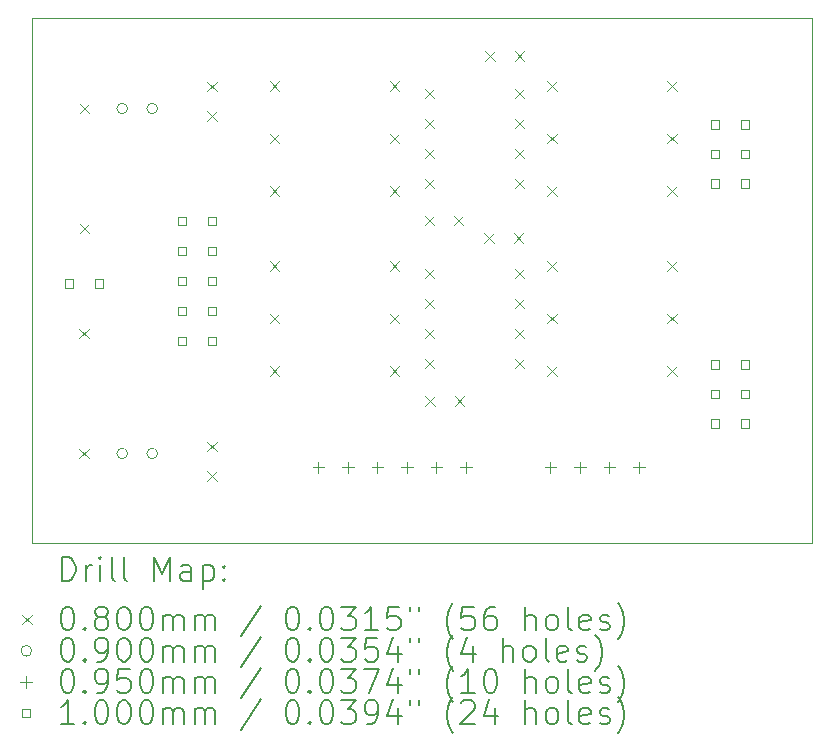
<source format=gbr>
%TF.GenerationSoftware,KiCad,Pcbnew,(6.0.11)*%
%TF.CreationDate,2023-08-25T14:29:15+09:00*%
%TF.ProjectId,OUTPUT_MOD,4f555450-5554-45f4-9d4f-442e6b696361,1.0*%
%TF.SameCoordinates,Original*%
%TF.FileFunction,Drillmap*%
%TF.FilePolarity,Positive*%
%FSLAX45Y45*%
G04 Gerber Fmt 4.5, Leading zero omitted, Abs format (unit mm)*
G04 Created by KiCad (PCBNEW (6.0.11)) date 2023-08-25 14:29:15*
%MOMM*%
%LPD*%
G01*
G04 APERTURE LIST*
%ADD10C,0.100000*%
%ADD11C,0.200000*%
%ADD12C,0.080000*%
%ADD13C,0.090000*%
%ADD14C,0.095000*%
G04 APERTURE END LIST*
D10*
X11238799Y-7834200D02*
X17842799Y-7834200D01*
X17842799Y-7834200D02*
X17842799Y-12279200D01*
X17842799Y-12279200D02*
X11238799Y-12279200D01*
X11238799Y-12279200D02*
X11238799Y-7834200D01*
D11*
D12*
X11636323Y-10461200D02*
X11716323Y-10541200D01*
X11716323Y-10461200D02*
X11636323Y-10541200D01*
X11636323Y-11477200D02*
X11716323Y-11557200D01*
X11716323Y-11477200D02*
X11636323Y-11557200D01*
X11643299Y-8556200D02*
X11723299Y-8636200D01*
X11723299Y-8556200D02*
X11643299Y-8636200D01*
X11643299Y-9572200D02*
X11723299Y-9652200D01*
X11723299Y-9572200D02*
X11643299Y-9652200D01*
X12722799Y-8369700D02*
X12802799Y-8449700D01*
X12802799Y-8369700D02*
X12722799Y-8449700D01*
X12722799Y-8619700D02*
X12802799Y-8699700D01*
X12802799Y-8619700D02*
X12722799Y-8699700D01*
X12722799Y-11417700D02*
X12802799Y-11497700D01*
X12802799Y-11417700D02*
X12722799Y-11497700D01*
X12722799Y-11667700D02*
X12802799Y-11747700D01*
X12802799Y-11667700D02*
X12722799Y-11747700D01*
X13251799Y-8365700D02*
X13331799Y-8445700D01*
X13331799Y-8365700D02*
X13251799Y-8445700D01*
X13251799Y-8810200D02*
X13331799Y-8890200D01*
X13331799Y-8810200D02*
X13251799Y-8890200D01*
X13251799Y-9254700D02*
X13331799Y-9334700D01*
X13331799Y-9254700D02*
X13251799Y-9334700D01*
X13251799Y-9889700D02*
X13331799Y-9969700D01*
X13331799Y-9889700D02*
X13251799Y-9969700D01*
X13251799Y-10334200D02*
X13331799Y-10414200D01*
X13331799Y-10334200D02*
X13251799Y-10414200D01*
X13251799Y-10778700D02*
X13331799Y-10858700D01*
X13331799Y-10778700D02*
X13251799Y-10858700D01*
X14267799Y-8365700D02*
X14347799Y-8445700D01*
X14347799Y-8365700D02*
X14267799Y-8445700D01*
X14267799Y-8810200D02*
X14347799Y-8890200D01*
X14347799Y-8810200D02*
X14267799Y-8890200D01*
X14267799Y-9254700D02*
X14347799Y-9334700D01*
X14347799Y-9254700D02*
X14267799Y-9334700D01*
X14267799Y-9889700D02*
X14347799Y-9969700D01*
X14347799Y-9889700D02*
X14267799Y-9969700D01*
X14267799Y-10334200D02*
X14347799Y-10414200D01*
X14347799Y-10334200D02*
X14267799Y-10414200D01*
X14267799Y-10778700D02*
X14347799Y-10858700D01*
X14347799Y-10778700D02*
X14267799Y-10858700D01*
X14560250Y-9505397D02*
X14640250Y-9585397D01*
X14640250Y-9505397D02*
X14560250Y-9585397D01*
X14564299Y-8430200D02*
X14644299Y-8510200D01*
X14644299Y-8430200D02*
X14564299Y-8510200D01*
X14564299Y-8684200D02*
X14644299Y-8764200D01*
X14644299Y-8684200D02*
X14564299Y-8764200D01*
X14564299Y-8938200D02*
X14644299Y-9018200D01*
X14644299Y-8938200D02*
X14564299Y-9018200D01*
X14564299Y-9192200D02*
X14644299Y-9272200D01*
X14644299Y-9192200D02*
X14564299Y-9272200D01*
X14564299Y-9954200D02*
X14644299Y-10034200D01*
X14644299Y-9954200D02*
X14564299Y-10034200D01*
X14564299Y-10208200D02*
X14644299Y-10288200D01*
X14644299Y-10208200D02*
X14564299Y-10288200D01*
X14564299Y-10462200D02*
X14644299Y-10542200D01*
X14644299Y-10462200D02*
X14564299Y-10542200D01*
X14564299Y-10716200D02*
X14644299Y-10796200D01*
X14644299Y-10716200D02*
X14564299Y-10796200D01*
X14567299Y-11032700D02*
X14647299Y-11112700D01*
X14647299Y-11032700D02*
X14567299Y-11112700D01*
X14810250Y-9505397D02*
X14890250Y-9585397D01*
X14890250Y-9505397D02*
X14810250Y-9585397D01*
X14817299Y-11032700D02*
X14897299Y-11112700D01*
X14897299Y-11032700D02*
X14817299Y-11112700D01*
X15065682Y-9652035D02*
X15145682Y-9732035D01*
X15145682Y-9652035D02*
X15065682Y-9732035D01*
X15075299Y-8111700D02*
X15155299Y-8191700D01*
X15155299Y-8111700D02*
X15075299Y-8191700D01*
X15315682Y-9652035D02*
X15395682Y-9732035D01*
X15395682Y-9652035D02*
X15315682Y-9732035D01*
X15325299Y-8111700D02*
X15405299Y-8191700D01*
X15405299Y-8111700D02*
X15325299Y-8191700D01*
X15326299Y-8430200D02*
X15406299Y-8510200D01*
X15406299Y-8430200D02*
X15326299Y-8510200D01*
X15326299Y-8684200D02*
X15406299Y-8764200D01*
X15406299Y-8684200D02*
X15326299Y-8764200D01*
X15326299Y-8938200D02*
X15406299Y-9018200D01*
X15406299Y-8938200D02*
X15326299Y-9018200D01*
X15326299Y-9192200D02*
X15406299Y-9272200D01*
X15406299Y-9192200D02*
X15326299Y-9272200D01*
X15326299Y-9954200D02*
X15406299Y-10034200D01*
X15406299Y-9954200D02*
X15326299Y-10034200D01*
X15326299Y-10208200D02*
X15406299Y-10288200D01*
X15406299Y-10208200D02*
X15326299Y-10288200D01*
X15326299Y-10462200D02*
X15406299Y-10542200D01*
X15406299Y-10462200D02*
X15326299Y-10542200D01*
X15326299Y-10716200D02*
X15406299Y-10796200D01*
X15406299Y-10716200D02*
X15326299Y-10796200D01*
X15601299Y-8365700D02*
X15681299Y-8445700D01*
X15681299Y-8365700D02*
X15601299Y-8445700D01*
X15601299Y-8810200D02*
X15681299Y-8890200D01*
X15681299Y-8810200D02*
X15601299Y-8890200D01*
X15601299Y-9254700D02*
X15681299Y-9334700D01*
X15681299Y-9254700D02*
X15601299Y-9334700D01*
X15601299Y-9889700D02*
X15681299Y-9969700D01*
X15681299Y-9889700D02*
X15601299Y-9969700D01*
X15601299Y-10334200D02*
X15681299Y-10414200D01*
X15681299Y-10334200D02*
X15601299Y-10414200D01*
X15601299Y-10778700D02*
X15681299Y-10858700D01*
X15681299Y-10778700D02*
X15601299Y-10858700D01*
X16617299Y-8365700D02*
X16697299Y-8445700D01*
X16697299Y-8365700D02*
X16617299Y-8445700D01*
X16617299Y-8810200D02*
X16697299Y-8890200D01*
X16697299Y-8810200D02*
X16617299Y-8890200D01*
X16617299Y-9254700D02*
X16697299Y-9334700D01*
X16697299Y-9254700D02*
X16617299Y-9334700D01*
X16617299Y-9889700D02*
X16697299Y-9969700D01*
X16697299Y-9889700D02*
X16617299Y-9969700D01*
X16617299Y-10334200D02*
X16697299Y-10414200D01*
X16697299Y-10334200D02*
X16617299Y-10414200D01*
X16617299Y-10778700D02*
X16697299Y-10858700D01*
X16697299Y-10778700D02*
X16617299Y-10858700D01*
D13*
X12045299Y-8596200D02*
G75*
G03*
X12045299Y-8596200I-45000J0D01*
G01*
X12046299Y-11517200D02*
G75*
G03*
X12046299Y-11517200I-45000J0D01*
G01*
X12299299Y-8596200D02*
G75*
G03*
X12299299Y-8596200I-45000J0D01*
G01*
X12300299Y-11517200D02*
G75*
G03*
X12300299Y-11517200I-45000J0D01*
G01*
D14*
X13661799Y-11585700D02*
X13661799Y-11680700D01*
X13614299Y-11633200D02*
X13709299Y-11633200D01*
X13911799Y-11585700D02*
X13911799Y-11680700D01*
X13864299Y-11633200D02*
X13959299Y-11633200D01*
X14161799Y-11585700D02*
X14161799Y-11680700D01*
X14114299Y-11633200D02*
X14209299Y-11633200D01*
X14411799Y-11585700D02*
X14411799Y-11680700D01*
X14364299Y-11633200D02*
X14459299Y-11633200D01*
X14661799Y-11585700D02*
X14661799Y-11680700D01*
X14614299Y-11633200D02*
X14709299Y-11633200D01*
X14911799Y-11585700D02*
X14911799Y-11680700D01*
X14864299Y-11633200D02*
X14959299Y-11633200D01*
X15626299Y-11585700D02*
X15626299Y-11680700D01*
X15578799Y-11633200D02*
X15673799Y-11633200D01*
X15876299Y-11585700D02*
X15876299Y-11680700D01*
X15828799Y-11633200D02*
X15923799Y-11633200D01*
X16126299Y-11585700D02*
X16126299Y-11680700D01*
X16078799Y-11633200D02*
X16173799Y-11633200D01*
X16376299Y-11585700D02*
X16376299Y-11680700D01*
X16328799Y-11633200D02*
X16423799Y-11633200D01*
D10*
X11584179Y-10114056D02*
X11584179Y-10043344D01*
X11513468Y-10043344D01*
X11513468Y-10114056D01*
X11584179Y-10114056D01*
X11838179Y-10114056D02*
X11838179Y-10043344D01*
X11767468Y-10043344D01*
X11767468Y-10114056D01*
X11838179Y-10114056D01*
X12544155Y-9584056D02*
X12544155Y-9513344D01*
X12473443Y-9513344D01*
X12473443Y-9584056D01*
X12544155Y-9584056D01*
X12544155Y-9838056D02*
X12544155Y-9767344D01*
X12473443Y-9767344D01*
X12473443Y-9838056D01*
X12544155Y-9838056D01*
X12544155Y-10092056D02*
X12544155Y-10021344D01*
X12473443Y-10021344D01*
X12473443Y-10092056D01*
X12544155Y-10092056D01*
X12544155Y-10346056D02*
X12544155Y-10275344D01*
X12473443Y-10275344D01*
X12473443Y-10346056D01*
X12544155Y-10346056D01*
X12544155Y-10600056D02*
X12544155Y-10529344D01*
X12473443Y-10529344D01*
X12473443Y-10600056D01*
X12544155Y-10600056D01*
X12798155Y-9584056D02*
X12798155Y-9513344D01*
X12727443Y-9513344D01*
X12727443Y-9584056D01*
X12798155Y-9584056D01*
X12798155Y-9838056D02*
X12798155Y-9767344D01*
X12727443Y-9767344D01*
X12727443Y-9838056D01*
X12798155Y-9838056D01*
X12798155Y-10092056D02*
X12798155Y-10021344D01*
X12727443Y-10021344D01*
X12727443Y-10092056D01*
X12798155Y-10092056D01*
X12798155Y-10346056D02*
X12798155Y-10275344D01*
X12727443Y-10275344D01*
X12727443Y-10346056D01*
X12798155Y-10346056D01*
X12798155Y-10600056D02*
X12798155Y-10529344D01*
X12727443Y-10529344D01*
X12727443Y-10600056D01*
X12798155Y-10600056D01*
X17056655Y-8766556D02*
X17056655Y-8695844D01*
X16985944Y-8695844D01*
X16985944Y-8766556D01*
X17056655Y-8766556D01*
X17056655Y-9016556D02*
X17056655Y-8945844D01*
X16985944Y-8945844D01*
X16985944Y-9016556D01*
X17056655Y-9016556D01*
X17056655Y-9266556D02*
X17056655Y-9195844D01*
X16985944Y-9195844D01*
X16985944Y-9266556D01*
X17056655Y-9266556D01*
X17056655Y-10798556D02*
X17056655Y-10727844D01*
X16985944Y-10727844D01*
X16985944Y-10798556D01*
X17056655Y-10798556D01*
X17056655Y-11048556D02*
X17056655Y-10977844D01*
X16985944Y-10977844D01*
X16985944Y-11048556D01*
X17056655Y-11048556D01*
X17056655Y-11298556D02*
X17056655Y-11227844D01*
X16985944Y-11227844D01*
X16985944Y-11298556D01*
X17056655Y-11298556D01*
X17306655Y-8766556D02*
X17306655Y-8695844D01*
X17235944Y-8695844D01*
X17235944Y-8766556D01*
X17306655Y-8766556D01*
X17306655Y-9016556D02*
X17306655Y-8945844D01*
X17235944Y-8945844D01*
X17235944Y-9016556D01*
X17306655Y-9016556D01*
X17306655Y-9266556D02*
X17306655Y-9195844D01*
X17235944Y-9195844D01*
X17235944Y-9266556D01*
X17306655Y-9266556D01*
X17306655Y-10798556D02*
X17306655Y-10727844D01*
X17235944Y-10727844D01*
X17235944Y-10798556D01*
X17306655Y-10798556D01*
X17306655Y-11048556D02*
X17306655Y-10977844D01*
X17235944Y-10977844D01*
X17235944Y-11048556D01*
X17306655Y-11048556D01*
X17306655Y-11298556D02*
X17306655Y-11227844D01*
X17235944Y-11227844D01*
X17235944Y-11298556D01*
X17306655Y-11298556D01*
D11*
X11491418Y-12594676D02*
X11491418Y-12394676D01*
X11539037Y-12394676D01*
X11567609Y-12404200D01*
X11586656Y-12423248D01*
X11596180Y-12442295D01*
X11605704Y-12480390D01*
X11605704Y-12508962D01*
X11596180Y-12547057D01*
X11586656Y-12566105D01*
X11567609Y-12585152D01*
X11539037Y-12594676D01*
X11491418Y-12594676D01*
X11691418Y-12594676D02*
X11691418Y-12461343D01*
X11691418Y-12499438D02*
X11700942Y-12480390D01*
X11710466Y-12470867D01*
X11729513Y-12461343D01*
X11748561Y-12461343D01*
X11815228Y-12594676D02*
X11815228Y-12461343D01*
X11815228Y-12394676D02*
X11805704Y-12404200D01*
X11815228Y-12413724D01*
X11824751Y-12404200D01*
X11815228Y-12394676D01*
X11815228Y-12413724D01*
X11939037Y-12594676D02*
X11919990Y-12585152D01*
X11910466Y-12566105D01*
X11910466Y-12394676D01*
X12043799Y-12594676D02*
X12024751Y-12585152D01*
X12015228Y-12566105D01*
X12015228Y-12394676D01*
X12272371Y-12594676D02*
X12272371Y-12394676D01*
X12339037Y-12537533D01*
X12405704Y-12394676D01*
X12405704Y-12594676D01*
X12586656Y-12594676D02*
X12586656Y-12489914D01*
X12577132Y-12470867D01*
X12558085Y-12461343D01*
X12519990Y-12461343D01*
X12500942Y-12470867D01*
X12586656Y-12585152D02*
X12567609Y-12594676D01*
X12519990Y-12594676D01*
X12500942Y-12585152D01*
X12491418Y-12566105D01*
X12491418Y-12547057D01*
X12500942Y-12528009D01*
X12519990Y-12518486D01*
X12567609Y-12518486D01*
X12586656Y-12508962D01*
X12681894Y-12461343D02*
X12681894Y-12661343D01*
X12681894Y-12470867D02*
X12700942Y-12461343D01*
X12739037Y-12461343D01*
X12758085Y-12470867D01*
X12767609Y-12480390D01*
X12777132Y-12499438D01*
X12777132Y-12556581D01*
X12767609Y-12575628D01*
X12758085Y-12585152D01*
X12739037Y-12594676D01*
X12700942Y-12594676D01*
X12681894Y-12585152D01*
X12862847Y-12575628D02*
X12872371Y-12585152D01*
X12862847Y-12594676D01*
X12853323Y-12585152D01*
X12862847Y-12575628D01*
X12862847Y-12594676D01*
X12862847Y-12470867D02*
X12872371Y-12480390D01*
X12862847Y-12489914D01*
X12853323Y-12480390D01*
X12862847Y-12470867D01*
X12862847Y-12489914D01*
D12*
X11153799Y-12884200D02*
X11233799Y-12964200D01*
X11233799Y-12884200D02*
X11153799Y-12964200D01*
D11*
X11529513Y-12814676D02*
X11548561Y-12814676D01*
X11567609Y-12824200D01*
X11577132Y-12833724D01*
X11586656Y-12852771D01*
X11596180Y-12890867D01*
X11596180Y-12938486D01*
X11586656Y-12976581D01*
X11577132Y-12995628D01*
X11567609Y-13005152D01*
X11548561Y-13014676D01*
X11529513Y-13014676D01*
X11510466Y-13005152D01*
X11500942Y-12995628D01*
X11491418Y-12976581D01*
X11481894Y-12938486D01*
X11481894Y-12890867D01*
X11491418Y-12852771D01*
X11500942Y-12833724D01*
X11510466Y-12824200D01*
X11529513Y-12814676D01*
X11681894Y-12995628D02*
X11691418Y-13005152D01*
X11681894Y-13014676D01*
X11672371Y-13005152D01*
X11681894Y-12995628D01*
X11681894Y-13014676D01*
X11805704Y-12900390D02*
X11786656Y-12890867D01*
X11777132Y-12881343D01*
X11767609Y-12862295D01*
X11767609Y-12852771D01*
X11777132Y-12833724D01*
X11786656Y-12824200D01*
X11805704Y-12814676D01*
X11843799Y-12814676D01*
X11862847Y-12824200D01*
X11872371Y-12833724D01*
X11881894Y-12852771D01*
X11881894Y-12862295D01*
X11872371Y-12881343D01*
X11862847Y-12890867D01*
X11843799Y-12900390D01*
X11805704Y-12900390D01*
X11786656Y-12909914D01*
X11777132Y-12919438D01*
X11767609Y-12938486D01*
X11767609Y-12976581D01*
X11777132Y-12995628D01*
X11786656Y-13005152D01*
X11805704Y-13014676D01*
X11843799Y-13014676D01*
X11862847Y-13005152D01*
X11872371Y-12995628D01*
X11881894Y-12976581D01*
X11881894Y-12938486D01*
X11872371Y-12919438D01*
X11862847Y-12909914D01*
X11843799Y-12900390D01*
X12005704Y-12814676D02*
X12024751Y-12814676D01*
X12043799Y-12824200D01*
X12053323Y-12833724D01*
X12062847Y-12852771D01*
X12072371Y-12890867D01*
X12072371Y-12938486D01*
X12062847Y-12976581D01*
X12053323Y-12995628D01*
X12043799Y-13005152D01*
X12024751Y-13014676D01*
X12005704Y-13014676D01*
X11986656Y-13005152D01*
X11977132Y-12995628D01*
X11967609Y-12976581D01*
X11958085Y-12938486D01*
X11958085Y-12890867D01*
X11967609Y-12852771D01*
X11977132Y-12833724D01*
X11986656Y-12824200D01*
X12005704Y-12814676D01*
X12196180Y-12814676D02*
X12215228Y-12814676D01*
X12234275Y-12824200D01*
X12243799Y-12833724D01*
X12253323Y-12852771D01*
X12262847Y-12890867D01*
X12262847Y-12938486D01*
X12253323Y-12976581D01*
X12243799Y-12995628D01*
X12234275Y-13005152D01*
X12215228Y-13014676D01*
X12196180Y-13014676D01*
X12177132Y-13005152D01*
X12167609Y-12995628D01*
X12158085Y-12976581D01*
X12148561Y-12938486D01*
X12148561Y-12890867D01*
X12158085Y-12852771D01*
X12167609Y-12833724D01*
X12177132Y-12824200D01*
X12196180Y-12814676D01*
X12348561Y-13014676D02*
X12348561Y-12881343D01*
X12348561Y-12900390D02*
X12358085Y-12890867D01*
X12377132Y-12881343D01*
X12405704Y-12881343D01*
X12424751Y-12890867D01*
X12434275Y-12909914D01*
X12434275Y-13014676D01*
X12434275Y-12909914D02*
X12443799Y-12890867D01*
X12462847Y-12881343D01*
X12491418Y-12881343D01*
X12510466Y-12890867D01*
X12519990Y-12909914D01*
X12519990Y-13014676D01*
X12615228Y-13014676D02*
X12615228Y-12881343D01*
X12615228Y-12900390D02*
X12624751Y-12890867D01*
X12643799Y-12881343D01*
X12672371Y-12881343D01*
X12691418Y-12890867D01*
X12700942Y-12909914D01*
X12700942Y-13014676D01*
X12700942Y-12909914D02*
X12710466Y-12890867D01*
X12729513Y-12881343D01*
X12758085Y-12881343D01*
X12777132Y-12890867D01*
X12786656Y-12909914D01*
X12786656Y-13014676D01*
X13177132Y-12805152D02*
X13005704Y-13062295D01*
X13434275Y-12814676D02*
X13453323Y-12814676D01*
X13472371Y-12824200D01*
X13481894Y-12833724D01*
X13491418Y-12852771D01*
X13500942Y-12890867D01*
X13500942Y-12938486D01*
X13491418Y-12976581D01*
X13481894Y-12995628D01*
X13472371Y-13005152D01*
X13453323Y-13014676D01*
X13434275Y-13014676D01*
X13415228Y-13005152D01*
X13405704Y-12995628D01*
X13396180Y-12976581D01*
X13386656Y-12938486D01*
X13386656Y-12890867D01*
X13396180Y-12852771D01*
X13405704Y-12833724D01*
X13415228Y-12824200D01*
X13434275Y-12814676D01*
X13586656Y-12995628D02*
X13596180Y-13005152D01*
X13586656Y-13014676D01*
X13577132Y-13005152D01*
X13586656Y-12995628D01*
X13586656Y-13014676D01*
X13719990Y-12814676D02*
X13739037Y-12814676D01*
X13758085Y-12824200D01*
X13767609Y-12833724D01*
X13777132Y-12852771D01*
X13786656Y-12890867D01*
X13786656Y-12938486D01*
X13777132Y-12976581D01*
X13767609Y-12995628D01*
X13758085Y-13005152D01*
X13739037Y-13014676D01*
X13719990Y-13014676D01*
X13700942Y-13005152D01*
X13691418Y-12995628D01*
X13681894Y-12976581D01*
X13672371Y-12938486D01*
X13672371Y-12890867D01*
X13681894Y-12852771D01*
X13691418Y-12833724D01*
X13700942Y-12824200D01*
X13719990Y-12814676D01*
X13853323Y-12814676D02*
X13977132Y-12814676D01*
X13910466Y-12890867D01*
X13939037Y-12890867D01*
X13958085Y-12900390D01*
X13967609Y-12909914D01*
X13977132Y-12928962D01*
X13977132Y-12976581D01*
X13967609Y-12995628D01*
X13958085Y-13005152D01*
X13939037Y-13014676D01*
X13881894Y-13014676D01*
X13862847Y-13005152D01*
X13853323Y-12995628D01*
X14167609Y-13014676D02*
X14053323Y-13014676D01*
X14110466Y-13014676D02*
X14110466Y-12814676D01*
X14091418Y-12843248D01*
X14072371Y-12862295D01*
X14053323Y-12871819D01*
X14348561Y-12814676D02*
X14253323Y-12814676D01*
X14243799Y-12909914D01*
X14253323Y-12900390D01*
X14272371Y-12890867D01*
X14319990Y-12890867D01*
X14339037Y-12900390D01*
X14348561Y-12909914D01*
X14358085Y-12928962D01*
X14358085Y-12976581D01*
X14348561Y-12995628D01*
X14339037Y-13005152D01*
X14319990Y-13014676D01*
X14272371Y-13014676D01*
X14253323Y-13005152D01*
X14243799Y-12995628D01*
X14434275Y-12814676D02*
X14434275Y-12852771D01*
X14510466Y-12814676D02*
X14510466Y-12852771D01*
X14805704Y-13090867D02*
X14796180Y-13081343D01*
X14777132Y-13052771D01*
X14767609Y-13033724D01*
X14758085Y-13005152D01*
X14748561Y-12957533D01*
X14748561Y-12919438D01*
X14758085Y-12871819D01*
X14767609Y-12843248D01*
X14777132Y-12824200D01*
X14796180Y-12795628D01*
X14805704Y-12786105D01*
X14977132Y-12814676D02*
X14881894Y-12814676D01*
X14872371Y-12909914D01*
X14881894Y-12900390D01*
X14900942Y-12890867D01*
X14948561Y-12890867D01*
X14967609Y-12900390D01*
X14977132Y-12909914D01*
X14986656Y-12928962D01*
X14986656Y-12976581D01*
X14977132Y-12995628D01*
X14967609Y-13005152D01*
X14948561Y-13014676D01*
X14900942Y-13014676D01*
X14881894Y-13005152D01*
X14872371Y-12995628D01*
X15158085Y-12814676D02*
X15119990Y-12814676D01*
X15100942Y-12824200D01*
X15091418Y-12833724D01*
X15072371Y-12862295D01*
X15062847Y-12900390D01*
X15062847Y-12976581D01*
X15072371Y-12995628D01*
X15081894Y-13005152D01*
X15100942Y-13014676D01*
X15139037Y-13014676D01*
X15158085Y-13005152D01*
X15167609Y-12995628D01*
X15177132Y-12976581D01*
X15177132Y-12928962D01*
X15167609Y-12909914D01*
X15158085Y-12900390D01*
X15139037Y-12890867D01*
X15100942Y-12890867D01*
X15081894Y-12900390D01*
X15072371Y-12909914D01*
X15062847Y-12928962D01*
X15415228Y-13014676D02*
X15415228Y-12814676D01*
X15500942Y-13014676D02*
X15500942Y-12909914D01*
X15491418Y-12890867D01*
X15472371Y-12881343D01*
X15443799Y-12881343D01*
X15424751Y-12890867D01*
X15415228Y-12900390D01*
X15624751Y-13014676D02*
X15605704Y-13005152D01*
X15596180Y-12995628D01*
X15586656Y-12976581D01*
X15586656Y-12919438D01*
X15596180Y-12900390D01*
X15605704Y-12890867D01*
X15624751Y-12881343D01*
X15653323Y-12881343D01*
X15672371Y-12890867D01*
X15681894Y-12900390D01*
X15691418Y-12919438D01*
X15691418Y-12976581D01*
X15681894Y-12995628D01*
X15672371Y-13005152D01*
X15653323Y-13014676D01*
X15624751Y-13014676D01*
X15805704Y-13014676D02*
X15786656Y-13005152D01*
X15777132Y-12986105D01*
X15777132Y-12814676D01*
X15958085Y-13005152D02*
X15939037Y-13014676D01*
X15900942Y-13014676D01*
X15881894Y-13005152D01*
X15872371Y-12986105D01*
X15872371Y-12909914D01*
X15881894Y-12890867D01*
X15900942Y-12881343D01*
X15939037Y-12881343D01*
X15958085Y-12890867D01*
X15967609Y-12909914D01*
X15967609Y-12928962D01*
X15872371Y-12948009D01*
X16043799Y-13005152D02*
X16062847Y-13014676D01*
X16100942Y-13014676D01*
X16119990Y-13005152D01*
X16129513Y-12986105D01*
X16129513Y-12976581D01*
X16119990Y-12957533D01*
X16100942Y-12948009D01*
X16072371Y-12948009D01*
X16053323Y-12938486D01*
X16043799Y-12919438D01*
X16043799Y-12909914D01*
X16053323Y-12890867D01*
X16072371Y-12881343D01*
X16100942Y-12881343D01*
X16119990Y-12890867D01*
X16196180Y-13090867D02*
X16205704Y-13081343D01*
X16224751Y-13052771D01*
X16234275Y-13033724D01*
X16243799Y-13005152D01*
X16253323Y-12957533D01*
X16253323Y-12919438D01*
X16243799Y-12871819D01*
X16234275Y-12843248D01*
X16224751Y-12824200D01*
X16205704Y-12795628D01*
X16196180Y-12786105D01*
D13*
X11233799Y-13188200D02*
G75*
G03*
X11233799Y-13188200I-45000J0D01*
G01*
D11*
X11529513Y-13078676D02*
X11548561Y-13078676D01*
X11567609Y-13088200D01*
X11577132Y-13097724D01*
X11586656Y-13116771D01*
X11596180Y-13154867D01*
X11596180Y-13202486D01*
X11586656Y-13240581D01*
X11577132Y-13259628D01*
X11567609Y-13269152D01*
X11548561Y-13278676D01*
X11529513Y-13278676D01*
X11510466Y-13269152D01*
X11500942Y-13259628D01*
X11491418Y-13240581D01*
X11481894Y-13202486D01*
X11481894Y-13154867D01*
X11491418Y-13116771D01*
X11500942Y-13097724D01*
X11510466Y-13088200D01*
X11529513Y-13078676D01*
X11681894Y-13259628D02*
X11691418Y-13269152D01*
X11681894Y-13278676D01*
X11672371Y-13269152D01*
X11681894Y-13259628D01*
X11681894Y-13278676D01*
X11786656Y-13278676D02*
X11824751Y-13278676D01*
X11843799Y-13269152D01*
X11853323Y-13259628D01*
X11872371Y-13231057D01*
X11881894Y-13192962D01*
X11881894Y-13116771D01*
X11872371Y-13097724D01*
X11862847Y-13088200D01*
X11843799Y-13078676D01*
X11805704Y-13078676D01*
X11786656Y-13088200D01*
X11777132Y-13097724D01*
X11767609Y-13116771D01*
X11767609Y-13164390D01*
X11777132Y-13183438D01*
X11786656Y-13192962D01*
X11805704Y-13202486D01*
X11843799Y-13202486D01*
X11862847Y-13192962D01*
X11872371Y-13183438D01*
X11881894Y-13164390D01*
X12005704Y-13078676D02*
X12024751Y-13078676D01*
X12043799Y-13088200D01*
X12053323Y-13097724D01*
X12062847Y-13116771D01*
X12072371Y-13154867D01*
X12072371Y-13202486D01*
X12062847Y-13240581D01*
X12053323Y-13259628D01*
X12043799Y-13269152D01*
X12024751Y-13278676D01*
X12005704Y-13278676D01*
X11986656Y-13269152D01*
X11977132Y-13259628D01*
X11967609Y-13240581D01*
X11958085Y-13202486D01*
X11958085Y-13154867D01*
X11967609Y-13116771D01*
X11977132Y-13097724D01*
X11986656Y-13088200D01*
X12005704Y-13078676D01*
X12196180Y-13078676D02*
X12215228Y-13078676D01*
X12234275Y-13088200D01*
X12243799Y-13097724D01*
X12253323Y-13116771D01*
X12262847Y-13154867D01*
X12262847Y-13202486D01*
X12253323Y-13240581D01*
X12243799Y-13259628D01*
X12234275Y-13269152D01*
X12215228Y-13278676D01*
X12196180Y-13278676D01*
X12177132Y-13269152D01*
X12167609Y-13259628D01*
X12158085Y-13240581D01*
X12148561Y-13202486D01*
X12148561Y-13154867D01*
X12158085Y-13116771D01*
X12167609Y-13097724D01*
X12177132Y-13088200D01*
X12196180Y-13078676D01*
X12348561Y-13278676D02*
X12348561Y-13145343D01*
X12348561Y-13164390D02*
X12358085Y-13154867D01*
X12377132Y-13145343D01*
X12405704Y-13145343D01*
X12424751Y-13154867D01*
X12434275Y-13173914D01*
X12434275Y-13278676D01*
X12434275Y-13173914D02*
X12443799Y-13154867D01*
X12462847Y-13145343D01*
X12491418Y-13145343D01*
X12510466Y-13154867D01*
X12519990Y-13173914D01*
X12519990Y-13278676D01*
X12615228Y-13278676D02*
X12615228Y-13145343D01*
X12615228Y-13164390D02*
X12624751Y-13154867D01*
X12643799Y-13145343D01*
X12672371Y-13145343D01*
X12691418Y-13154867D01*
X12700942Y-13173914D01*
X12700942Y-13278676D01*
X12700942Y-13173914D02*
X12710466Y-13154867D01*
X12729513Y-13145343D01*
X12758085Y-13145343D01*
X12777132Y-13154867D01*
X12786656Y-13173914D01*
X12786656Y-13278676D01*
X13177132Y-13069152D02*
X13005704Y-13326295D01*
X13434275Y-13078676D02*
X13453323Y-13078676D01*
X13472371Y-13088200D01*
X13481894Y-13097724D01*
X13491418Y-13116771D01*
X13500942Y-13154867D01*
X13500942Y-13202486D01*
X13491418Y-13240581D01*
X13481894Y-13259628D01*
X13472371Y-13269152D01*
X13453323Y-13278676D01*
X13434275Y-13278676D01*
X13415228Y-13269152D01*
X13405704Y-13259628D01*
X13396180Y-13240581D01*
X13386656Y-13202486D01*
X13386656Y-13154867D01*
X13396180Y-13116771D01*
X13405704Y-13097724D01*
X13415228Y-13088200D01*
X13434275Y-13078676D01*
X13586656Y-13259628D02*
X13596180Y-13269152D01*
X13586656Y-13278676D01*
X13577132Y-13269152D01*
X13586656Y-13259628D01*
X13586656Y-13278676D01*
X13719990Y-13078676D02*
X13739037Y-13078676D01*
X13758085Y-13088200D01*
X13767609Y-13097724D01*
X13777132Y-13116771D01*
X13786656Y-13154867D01*
X13786656Y-13202486D01*
X13777132Y-13240581D01*
X13767609Y-13259628D01*
X13758085Y-13269152D01*
X13739037Y-13278676D01*
X13719990Y-13278676D01*
X13700942Y-13269152D01*
X13691418Y-13259628D01*
X13681894Y-13240581D01*
X13672371Y-13202486D01*
X13672371Y-13154867D01*
X13681894Y-13116771D01*
X13691418Y-13097724D01*
X13700942Y-13088200D01*
X13719990Y-13078676D01*
X13853323Y-13078676D02*
X13977132Y-13078676D01*
X13910466Y-13154867D01*
X13939037Y-13154867D01*
X13958085Y-13164390D01*
X13967609Y-13173914D01*
X13977132Y-13192962D01*
X13977132Y-13240581D01*
X13967609Y-13259628D01*
X13958085Y-13269152D01*
X13939037Y-13278676D01*
X13881894Y-13278676D01*
X13862847Y-13269152D01*
X13853323Y-13259628D01*
X14158085Y-13078676D02*
X14062847Y-13078676D01*
X14053323Y-13173914D01*
X14062847Y-13164390D01*
X14081894Y-13154867D01*
X14129513Y-13154867D01*
X14148561Y-13164390D01*
X14158085Y-13173914D01*
X14167609Y-13192962D01*
X14167609Y-13240581D01*
X14158085Y-13259628D01*
X14148561Y-13269152D01*
X14129513Y-13278676D01*
X14081894Y-13278676D01*
X14062847Y-13269152D01*
X14053323Y-13259628D01*
X14339037Y-13145343D02*
X14339037Y-13278676D01*
X14291418Y-13069152D02*
X14243799Y-13212009D01*
X14367609Y-13212009D01*
X14434275Y-13078676D02*
X14434275Y-13116771D01*
X14510466Y-13078676D02*
X14510466Y-13116771D01*
X14805704Y-13354867D02*
X14796180Y-13345343D01*
X14777132Y-13316771D01*
X14767609Y-13297724D01*
X14758085Y-13269152D01*
X14748561Y-13221533D01*
X14748561Y-13183438D01*
X14758085Y-13135819D01*
X14767609Y-13107248D01*
X14777132Y-13088200D01*
X14796180Y-13059628D01*
X14805704Y-13050105D01*
X14967609Y-13145343D02*
X14967609Y-13278676D01*
X14919990Y-13069152D02*
X14872371Y-13212009D01*
X14996180Y-13212009D01*
X15224751Y-13278676D02*
X15224751Y-13078676D01*
X15310466Y-13278676D02*
X15310466Y-13173914D01*
X15300942Y-13154867D01*
X15281894Y-13145343D01*
X15253323Y-13145343D01*
X15234275Y-13154867D01*
X15224751Y-13164390D01*
X15434275Y-13278676D02*
X15415228Y-13269152D01*
X15405704Y-13259628D01*
X15396180Y-13240581D01*
X15396180Y-13183438D01*
X15405704Y-13164390D01*
X15415228Y-13154867D01*
X15434275Y-13145343D01*
X15462847Y-13145343D01*
X15481894Y-13154867D01*
X15491418Y-13164390D01*
X15500942Y-13183438D01*
X15500942Y-13240581D01*
X15491418Y-13259628D01*
X15481894Y-13269152D01*
X15462847Y-13278676D01*
X15434275Y-13278676D01*
X15615228Y-13278676D02*
X15596180Y-13269152D01*
X15586656Y-13250105D01*
X15586656Y-13078676D01*
X15767609Y-13269152D02*
X15748561Y-13278676D01*
X15710466Y-13278676D01*
X15691418Y-13269152D01*
X15681894Y-13250105D01*
X15681894Y-13173914D01*
X15691418Y-13154867D01*
X15710466Y-13145343D01*
X15748561Y-13145343D01*
X15767609Y-13154867D01*
X15777132Y-13173914D01*
X15777132Y-13192962D01*
X15681894Y-13212009D01*
X15853323Y-13269152D02*
X15872371Y-13278676D01*
X15910466Y-13278676D01*
X15929513Y-13269152D01*
X15939037Y-13250105D01*
X15939037Y-13240581D01*
X15929513Y-13221533D01*
X15910466Y-13212009D01*
X15881894Y-13212009D01*
X15862847Y-13202486D01*
X15853323Y-13183438D01*
X15853323Y-13173914D01*
X15862847Y-13154867D01*
X15881894Y-13145343D01*
X15910466Y-13145343D01*
X15929513Y-13154867D01*
X16005704Y-13354867D02*
X16015228Y-13345343D01*
X16034275Y-13316771D01*
X16043799Y-13297724D01*
X16053323Y-13269152D01*
X16062847Y-13221533D01*
X16062847Y-13183438D01*
X16053323Y-13135819D01*
X16043799Y-13107248D01*
X16034275Y-13088200D01*
X16015228Y-13059628D01*
X16005704Y-13050105D01*
D14*
X11186299Y-13404700D02*
X11186299Y-13499700D01*
X11138799Y-13452200D02*
X11233799Y-13452200D01*
D11*
X11529513Y-13342676D02*
X11548561Y-13342676D01*
X11567609Y-13352200D01*
X11577132Y-13361724D01*
X11586656Y-13380771D01*
X11596180Y-13418867D01*
X11596180Y-13466486D01*
X11586656Y-13504581D01*
X11577132Y-13523628D01*
X11567609Y-13533152D01*
X11548561Y-13542676D01*
X11529513Y-13542676D01*
X11510466Y-13533152D01*
X11500942Y-13523628D01*
X11491418Y-13504581D01*
X11481894Y-13466486D01*
X11481894Y-13418867D01*
X11491418Y-13380771D01*
X11500942Y-13361724D01*
X11510466Y-13352200D01*
X11529513Y-13342676D01*
X11681894Y-13523628D02*
X11691418Y-13533152D01*
X11681894Y-13542676D01*
X11672371Y-13533152D01*
X11681894Y-13523628D01*
X11681894Y-13542676D01*
X11786656Y-13542676D02*
X11824751Y-13542676D01*
X11843799Y-13533152D01*
X11853323Y-13523628D01*
X11872371Y-13495057D01*
X11881894Y-13456962D01*
X11881894Y-13380771D01*
X11872371Y-13361724D01*
X11862847Y-13352200D01*
X11843799Y-13342676D01*
X11805704Y-13342676D01*
X11786656Y-13352200D01*
X11777132Y-13361724D01*
X11767609Y-13380771D01*
X11767609Y-13428390D01*
X11777132Y-13447438D01*
X11786656Y-13456962D01*
X11805704Y-13466486D01*
X11843799Y-13466486D01*
X11862847Y-13456962D01*
X11872371Y-13447438D01*
X11881894Y-13428390D01*
X12062847Y-13342676D02*
X11967609Y-13342676D01*
X11958085Y-13437914D01*
X11967609Y-13428390D01*
X11986656Y-13418867D01*
X12034275Y-13418867D01*
X12053323Y-13428390D01*
X12062847Y-13437914D01*
X12072371Y-13456962D01*
X12072371Y-13504581D01*
X12062847Y-13523628D01*
X12053323Y-13533152D01*
X12034275Y-13542676D01*
X11986656Y-13542676D01*
X11967609Y-13533152D01*
X11958085Y-13523628D01*
X12196180Y-13342676D02*
X12215228Y-13342676D01*
X12234275Y-13352200D01*
X12243799Y-13361724D01*
X12253323Y-13380771D01*
X12262847Y-13418867D01*
X12262847Y-13466486D01*
X12253323Y-13504581D01*
X12243799Y-13523628D01*
X12234275Y-13533152D01*
X12215228Y-13542676D01*
X12196180Y-13542676D01*
X12177132Y-13533152D01*
X12167609Y-13523628D01*
X12158085Y-13504581D01*
X12148561Y-13466486D01*
X12148561Y-13418867D01*
X12158085Y-13380771D01*
X12167609Y-13361724D01*
X12177132Y-13352200D01*
X12196180Y-13342676D01*
X12348561Y-13542676D02*
X12348561Y-13409343D01*
X12348561Y-13428390D02*
X12358085Y-13418867D01*
X12377132Y-13409343D01*
X12405704Y-13409343D01*
X12424751Y-13418867D01*
X12434275Y-13437914D01*
X12434275Y-13542676D01*
X12434275Y-13437914D02*
X12443799Y-13418867D01*
X12462847Y-13409343D01*
X12491418Y-13409343D01*
X12510466Y-13418867D01*
X12519990Y-13437914D01*
X12519990Y-13542676D01*
X12615228Y-13542676D02*
X12615228Y-13409343D01*
X12615228Y-13428390D02*
X12624751Y-13418867D01*
X12643799Y-13409343D01*
X12672371Y-13409343D01*
X12691418Y-13418867D01*
X12700942Y-13437914D01*
X12700942Y-13542676D01*
X12700942Y-13437914D02*
X12710466Y-13418867D01*
X12729513Y-13409343D01*
X12758085Y-13409343D01*
X12777132Y-13418867D01*
X12786656Y-13437914D01*
X12786656Y-13542676D01*
X13177132Y-13333152D02*
X13005704Y-13590295D01*
X13434275Y-13342676D02*
X13453323Y-13342676D01*
X13472371Y-13352200D01*
X13481894Y-13361724D01*
X13491418Y-13380771D01*
X13500942Y-13418867D01*
X13500942Y-13466486D01*
X13491418Y-13504581D01*
X13481894Y-13523628D01*
X13472371Y-13533152D01*
X13453323Y-13542676D01*
X13434275Y-13542676D01*
X13415228Y-13533152D01*
X13405704Y-13523628D01*
X13396180Y-13504581D01*
X13386656Y-13466486D01*
X13386656Y-13418867D01*
X13396180Y-13380771D01*
X13405704Y-13361724D01*
X13415228Y-13352200D01*
X13434275Y-13342676D01*
X13586656Y-13523628D02*
X13596180Y-13533152D01*
X13586656Y-13542676D01*
X13577132Y-13533152D01*
X13586656Y-13523628D01*
X13586656Y-13542676D01*
X13719990Y-13342676D02*
X13739037Y-13342676D01*
X13758085Y-13352200D01*
X13767609Y-13361724D01*
X13777132Y-13380771D01*
X13786656Y-13418867D01*
X13786656Y-13466486D01*
X13777132Y-13504581D01*
X13767609Y-13523628D01*
X13758085Y-13533152D01*
X13739037Y-13542676D01*
X13719990Y-13542676D01*
X13700942Y-13533152D01*
X13691418Y-13523628D01*
X13681894Y-13504581D01*
X13672371Y-13466486D01*
X13672371Y-13418867D01*
X13681894Y-13380771D01*
X13691418Y-13361724D01*
X13700942Y-13352200D01*
X13719990Y-13342676D01*
X13853323Y-13342676D02*
X13977132Y-13342676D01*
X13910466Y-13418867D01*
X13939037Y-13418867D01*
X13958085Y-13428390D01*
X13967609Y-13437914D01*
X13977132Y-13456962D01*
X13977132Y-13504581D01*
X13967609Y-13523628D01*
X13958085Y-13533152D01*
X13939037Y-13542676D01*
X13881894Y-13542676D01*
X13862847Y-13533152D01*
X13853323Y-13523628D01*
X14043799Y-13342676D02*
X14177132Y-13342676D01*
X14091418Y-13542676D01*
X14339037Y-13409343D02*
X14339037Y-13542676D01*
X14291418Y-13333152D02*
X14243799Y-13476009D01*
X14367609Y-13476009D01*
X14434275Y-13342676D02*
X14434275Y-13380771D01*
X14510466Y-13342676D02*
X14510466Y-13380771D01*
X14805704Y-13618867D02*
X14796180Y-13609343D01*
X14777132Y-13580771D01*
X14767609Y-13561724D01*
X14758085Y-13533152D01*
X14748561Y-13485533D01*
X14748561Y-13447438D01*
X14758085Y-13399819D01*
X14767609Y-13371248D01*
X14777132Y-13352200D01*
X14796180Y-13323628D01*
X14805704Y-13314105D01*
X14986656Y-13542676D02*
X14872371Y-13542676D01*
X14929513Y-13542676D02*
X14929513Y-13342676D01*
X14910466Y-13371248D01*
X14891418Y-13390295D01*
X14872371Y-13399819D01*
X15110466Y-13342676D02*
X15129513Y-13342676D01*
X15148561Y-13352200D01*
X15158085Y-13361724D01*
X15167609Y-13380771D01*
X15177132Y-13418867D01*
X15177132Y-13466486D01*
X15167609Y-13504581D01*
X15158085Y-13523628D01*
X15148561Y-13533152D01*
X15129513Y-13542676D01*
X15110466Y-13542676D01*
X15091418Y-13533152D01*
X15081894Y-13523628D01*
X15072371Y-13504581D01*
X15062847Y-13466486D01*
X15062847Y-13418867D01*
X15072371Y-13380771D01*
X15081894Y-13361724D01*
X15091418Y-13352200D01*
X15110466Y-13342676D01*
X15415228Y-13542676D02*
X15415228Y-13342676D01*
X15500942Y-13542676D02*
X15500942Y-13437914D01*
X15491418Y-13418867D01*
X15472371Y-13409343D01*
X15443799Y-13409343D01*
X15424751Y-13418867D01*
X15415228Y-13428390D01*
X15624751Y-13542676D02*
X15605704Y-13533152D01*
X15596180Y-13523628D01*
X15586656Y-13504581D01*
X15586656Y-13447438D01*
X15596180Y-13428390D01*
X15605704Y-13418867D01*
X15624751Y-13409343D01*
X15653323Y-13409343D01*
X15672371Y-13418867D01*
X15681894Y-13428390D01*
X15691418Y-13447438D01*
X15691418Y-13504581D01*
X15681894Y-13523628D01*
X15672371Y-13533152D01*
X15653323Y-13542676D01*
X15624751Y-13542676D01*
X15805704Y-13542676D02*
X15786656Y-13533152D01*
X15777132Y-13514105D01*
X15777132Y-13342676D01*
X15958085Y-13533152D02*
X15939037Y-13542676D01*
X15900942Y-13542676D01*
X15881894Y-13533152D01*
X15872371Y-13514105D01*
X15872371Y-13437914D01*
X15881894Y-13418867D01*
X15900942Y-13409343D01*
X15939037Y-13409343D01*
X15958085Y-13418867D01*
X15967609Y-13437914D01*
X15967609Y-13456962D01*
X15872371Y-13476009D01*
X16043799Y-13533152D02*
X16062847Y-13542676D01*
X16100942Y-13542676D01*
X16119990Y-13533152D01*
X16129513Y-13514105D01*
X16129513Y-13504581D01*
X16119990Y-13485533D01*
X16100942Y-13476009D01*
X16072371Y-13476009D01*
X16053323Y-13466486D01*
X16043799Y-13447438D01*
X16043799Y-13437914D01*
X16053323Y-13418867D01*
X16072371Y-13409343D01*
X16100942Y-13409343D01*
X16119990Y-13418867D01*
X16196180Y-13618867D02*
X16205704Y-13609343D01*
X16224751Y-13580771D01*
X16234275Y-13561724D01*
X16243799Y-13533152D01*
X16253323Y-13485533D01*
X16253323Y-13447438D01*
X16243799Y-13399819D01*
X16234275Y-13371248D01*
X16224751Y-13352200D01*
X16205704Y-13323628D01*
X16196180Y-13314105D01*
D10*
X11219155Y-13751556D02*
X11219155Y-13680844D01*
X11148444Y-13680844D01*
X11148444Y-13751556D01*
X11219155Y-13751556D01*
D11*
X11596180Y-13806676D02*
X11481894Y-13806676D01*
X11539037Y-13806676D02*
X11539037Y-13606676D01*
X11519990Y-13635248D01*
X11500942Y-13654295D01*
X11481894Y-13663819D01*
X11681894Y-13787628D02*
X11691418Y-13797152D01*
X11681894Y-13806676D01*
X11672371Y-13797152D01*
X11681894Y-13787628D01*
X11681894Y-13806676D01*
X11815228Y-13606676D02*
X11834275Y-13606676D01*
X11853323Y-13616200D01*
X11862847Y-13625724D01*
X11872371Y-13644771D01*
X11881894Y-13682867D01*
X11881894Y-13730486D01*
X11872371Y-13768581D01*
X11862847Y-13787628D01*
X11853323Y-13797152D01*
X11834275Y-13806676D01*
X11815228Y-13806676D01*
X11796180Y-13797152D01*
X11786656Y-13787628D01*
X11777132Y-13768581D01*
X11767609Y-13730486D01*
X11767609Y-13682867D01*
X11777132Y-13644771D01*
X11786656Y-13625724D01*
X11796180Y-13616200D01*
X11815228Y-13606676D01*
X12005704Y-13606676D02*
X12024751Y-13606676D01*
X12043799Y-13616200D01*
X12053323Y-13625724D01*
X12062847Y-13644771D01*
X12072371Y-13682867D01*
X12072371Y-13730486D01*
X12062847Y-13768581D01*
X12053323Y-13787628D01*
X12043799Y-13797152D01*
X12024751Y-13806676D01*
X12005704Y-13806676D01*
X11986656Y-13797152D01*
X11977132Y-13787628D01*
X11967609Y-13768581D01*
X11958085Y-13730486D01*
X11958085Y-13682867D01*
X11967609Y-13644771D01*
X11977132Y-13625724D01*
X11986656Y-13616200D01*
X12005704Y-13606676D01*
X12196180Y-13606676D02*
X12215228Y-13606676D01*
X12234275Y-13616200D01*
X12243799Y-13625724D01*
X12253323Y-13644771D01*
X12262847Y-13682867D01*
X12262847Y-13730486D01*
X12253323Y-13768581D01*
X12243799Y-13787628D01*
X12234275Y-13797152D01*
X12215228Y-13806676D01*
X12196180Y-13806676D01*
X12177132Y-13797152D01*
X12167609Y-13787628D01*
X12158085Y-13768581D01*
X12148561Y-13730486D01*
X12148561Y-13682867D01*
X12158085Y-13644771D01*
X12167609Y-13625724D01*
X12177132Y-13616200D01*
X12196180Y-13606676D01*
X12348561Y-13806676D02*
X12348561Y-13673343D01*
X12348561Y-13692390D02*
X12358085Y-13682867D01*
X12377132Y-13673343D01*
X12405704Y-13673343D01*
X12424751Y-13682867D01*
X12434275Y-13701914D01*
X12434275Y-13806676D01*
X12434275Y-13701914D02*
X12443799Y-13682867D01*
X12462847Y-13673343D01*
X12491418Y-13673343D01*
X12510466Y-13682867D01*
X12519990Y-13701914D01*
X12519990Y-13806676D01*
X12615228Y-13806676D02*
X12615228Y-13673343D01*
X12615228Y-13692390D02*
X12624751Y-13682867D01*
X12643799Y-13673343D01*
X12672371Y-13673343D01*
X12691418Y-13682867D01*
X12700942Y-13701914D01*
X12700942Y-13806676D01*
X12700942Y-13701914D02*
X12710466Y-13682867D01*
X12729513Y-13673343D01*
X12758085Y-13673343D01*
X12777132Y-13682867D01*
X12786656Y-13701914D01*
X12786656Y-13806676D01*
X13177132Y-13597152D02*
X13005704Y-13854295D01*
X13434275Y-13606676D02*
X13453323Y-13606676D01*
X13472371Y-13616200D01*
X13481894Y-13625724D01*
X13491418Y-13644771D01*
X13500942Y-13682867D01*
X13500942Y-13730486D01*
X13491418Y-13768581D01*
X13481894Y-13787628D01*
X13472371Y-13797152D01*
X13453323Y-13806676D01*
X13434275Y-13806676D01*
X13415228Y-13797152D01*
X13405704Y-13787628D01*
X13396180Y-13768581D01*
X13386656Y-13730486D01*
X13386656Y-13682867D01*
X13396180Y-13644771D01*
X13405704Y-13625724D01*
X13415228Y-13616200D01*
X13434275Y-13606676D01*
X13586656Y-13787628D02*
X13596180Y-13797152D01*
X13586656Y-13806676D01*
X13577132Y-13797152D01*
X13586656Y-13787628D01*
X13586656Y-13806676D01*
X13719990Y-13606676D02*
X13739037Y-13606676D01*
X13758085Y-13616200D01*
X13767609Y-13625724D01*
X13777132Y-13644771D01*
X13786656Y-13682867D01*
X13786656Y-13730486D01*
X13777132Y-13768581D01*
X13767609Y-13787628D01*
X13758085Y-13797152D01*
X13739037Y-13806676D01*
X13719990Y-13806676D01*
X13700942Y-13797152D01*
X13691418Y-13787628D01*
X13681894Y-13768581D01*
X13672371Y-13730486D01*
X13672371Y-13682867D01*
X13681894Y-13644771D01*
X13691418Y-13625724D01*
X13700942Y-13616200D01*
X13719990Y-13606676D01*
X13853323Y-13606676D02*
X13977132Y-13606676D01*
X13910466Y-13682867D01*
X13939037Y-13682867D01*
X13958085Y-13692390D01*
X13967609Y-13701914D01*
X13977132Y-13720962D01*
X13977132Y-13768581D01*
X13967609Y-13787628D01*
X13958085Y-13797152D01*
X13939037Y-13806676D01*
X13881894Y-13806676D01*
X13862847Y-13797152D01*
X13853323Y-13787628D01*
X14072371Y-13806676D02*
X14110466Y-13806676D01*
X14129513Y-13797152D01*
X14139037Y-13787628D01*
X14158085Y-13759057D01*
X14167609Y-13720962D01*
X14167609Y-13644771D01*
X14158085Y-13625724D01*
X14148561Y-13616200D01*
X14129513Y-13606676D01*
X14091418Y-13606676D01*
X14072371Y-13616200D01*
X14062847Y-13625724D01*
X14053323Y-13644771D01*
X14053323Y-13692390D01*
X14062847Y-13711438D01*
X14072371Y-13720962D01*
X14091418Y-13730486D01*
X14129513Y-13730486D01*
X14148561Y-13720962D01*
X14158085Y-13711438D01*
X14167609Y-13692390D01*
X14339037Y-13673343D02*
X14339037Y-13806676D01*
X14291418Y-13597152D02*
X14243799Y-13740009D01*
X14367609Y-13740009D01*
X14434275Y-13606676D02*
X14434275Y-13644771D01*
X14510466Y-13606676D02*
X14510466Y-13644771D01*
X14805704Y-13882867D02*
X14796180Y-13873343D01*
X14777132Y-13844771D01*
X14767609Y-13825724D01*
X14758085Y-13797152D01*
X14748561Y-13749533D01*
X14748561Y-13711438D01*
X14758085Y-13663819D01*
X14767609Y-13635248D01*
X14777132Y-13616200D01*
X14796180Y-13587628D01*
X14805704Y-13578105D01*
X14872371Y-13625724D02*
X14881894Y-13616200D01*
X14900942Y-13606676D01*
X14948561Y-13606676D01*
X14967609Y-13616200D01*
X14977132Y-13625724D01*
X14986656Y-13644771D01*
X14986656Y-13663819D01*
X14977132Y-13692390D01*
X14862847Y-13806676D01*
X14986656Y-13806676D01*
X15158085Y-13673343D02*
X15158085Y-13806676D01*
X15110466Y-13597152D02*
X15062847Y-13740009D01*
X15186656Y-13740009D01*
X15415228Y-13806676D02*
X15415228Y-13606676D01*
X15500942Y-13806676D02*
X15500942Y-13701914D01*
X15491418Y-13682867D01*
X15472371Y-13673343D01*
X15443799Y-13673343D01*
X15424751Y-13682867D01*
X15415228Y-13692390D01*
X15624751Y-13806676D02*
X15605704Y-13797152D01*
X15596180Y-13787628D01*
X15586656Y-13768581D01*
X15586656Y-13711438D01*
X15596180Y-13692390D01*
X15605704Y-13682867D01*
X15624751Y-13673343D01*
X15653323Y-13673343D01*
X15672371Y-13682867D01*
X15681894Y-13692390D01*
X15691418Y-13711438D01*
X15691418Y-13768581D01*
X15681894Y-13787628D01*
X15672371Y-13797152D01*
X15653323Y-13806676D01*
X15624751Y-13806676D01*
X15805704Y-13806676D02*
X15786656Y-13797152D01*
X15777132Y-13778105D01*
X15777132Y-13606676D01*
X15958085Y-13797152D02*
X15939037Y-13806676D01*
X15900942Y-13806676D01*
X15881894Y-13797152D01*
X15872371Y-13778105D01*
X15872371Y-13701914D01*
X15881894Y-13682867D01*
X15900942Y-13673343D01*
X15939037Y-13673343D01*
X15958085Y-13682867D01*
X15967609Y-13701914D01*
X15967609Y-13720962D01*
X15872371Y-13740009D01*
X16043799Y-13797152D02*
X16062847Y-13806676D01*
X16100942Y-13806676D01*
X16119990Y-13797152D01*
X16129513Y-13778105D01*
X16129513Y-13768581D01*
X16119990Y-13749533D01*
X16100942Y-13740009D01*
X16072371Y-13740009D01*
X16053323Y-13730486D01*
X16043799Y-13711438D01*
X16043799Y-13701914D01*
X16053323Y-13682867D01*
X16072371Y-13673343D01*
X16100942Y-13673343D01*
X16119990Y-13682867D01*
X16196180Y-13882867D02*
X16205704Y-13873343D01*
X16224751Y-13844771D01*
X16234275Y-13825724D01*
X16243799Y-13797152D01*
X16253323Y-13749533D01*
X16253323Y-13711438D01*
X16243799Y-13663819D01*
X16234275Y-13635248D01*
X16224751Y-13616200D01*
X16205704Y-13587628D01*
X16196180Y-13578105D01*
M02*

</source>
